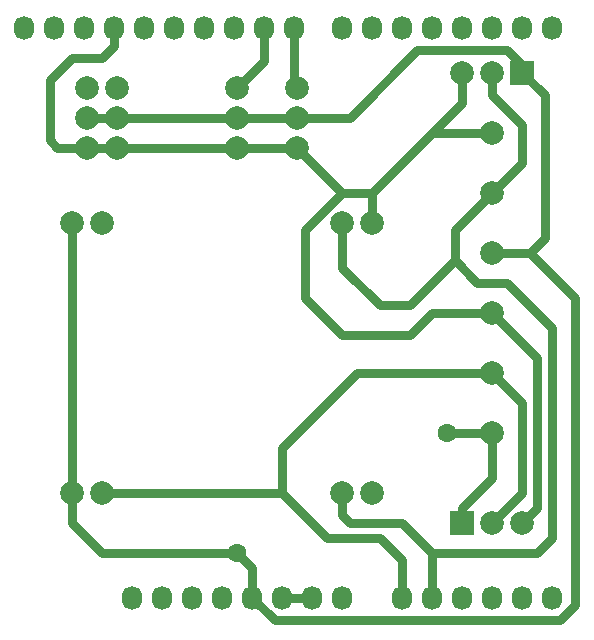
<source format=gbr>
G04 #@! TF.FileFunction,Copper,L2,Bot,Signal*
%FSLAX46Y46*%
G04 Gerber Fmt 4.6, Leading zero omitted, Abs format (unit mm)*
G04 Created by KiCad (PCBNEW 4.0.6) date 02/06/18 16:35:34*
%MOMM*%
%LPD*%
G01*
G04 APERTURE LIST*
%ADD10C,0.100000*%
%ADD11C,2.000000*%
%ADD12O,1.727200X2.032000*%
%ADD13R,2.000000X2.000000*%
%ADD14C,1.600000*%
%ADD15C,0.800000*%
G04 APERTURE END LIST*
D10*
D11*
X133858000Y-92075000D03*
X136398000Y-114935000D03*
X133858000Y-114935000D03*
X136398000Y-92075000D03*
X156718000Y-114935000D03*
X159258000Y-114935000D03*
X156718000Y-92075000D03*
X159258000Y-92075000D03*
D12*
X138938000Y-123825000D03*
X141478000Y-123825000D03*
X144018000Y-123825000D03*
X146558000Y-123825000D03*
X149098000Y-123825000D03*
X151638000Y-123825000D03*
X154178000Y-123825000D03*
X156718000Y-123825000D03*
X161798000Y-123825000D03*
X164338000Y-123825000D03*
X166878000Y-123825000D03*
X169418000Y-123825000D03*
X171958000Y-123825000D03*
X174498000Y-123825000D03*
X129794000Y-75565000D03*
X132334000Y-75565000D03*
X134874000Y-75565000D03*
X137414000Y-75565000D03*
X139954000Y-75565000D03*
X142494000Y-75565000D03*
X145034000Y-75565000D03*
X147574000Y-75565000D03*
X150114000Y-75565000D03*
X152654000Y-75565000D03*
X156718000Y-75565000D03*
X159258000Y-75565000D03*
X161798000Y-75565000D03*
X164338000Y-75565000D03*
X166878000Y-75565000D03*
X169418000Y-75565000D03*
X171958000Y-75565000D03*
X174498000Y-75565000D03*
D13*
X171958000Y-79375000D03*
D11*
X169418000Y-79375000D03*
X166878000Y-79375000D03*
D13*
X166878000Y-117475000D03*
D11*
X169418000Y-117475000D03*
X171958000Y-117475000D03*
X169418000Y-94615000D03*
X169418000Y-89535000D03*
X169418000Y-84455000D03*
X169418000Y-109855000D03*
X169418000Y-104775000D03*
X169418000Y-99695000D03*
X147828000Y-85725000D03*
X147828000Y-83185000D03*
X147828000Y-80645000D03*
X152908000Y-85725000D03*
X152908000Y-83185000D03*
X152908000Y-80645000D03*
X137668000Y-85725000D03*
X135128000Y-85725000D03*
X137668000Y-83185000D03*
X135128000Y-83185000D03*
X137668000Y-80645000D03*
X135128000Y-80645000D03*
D14*
X165608000Y-109855000D03*
X147828000Y-120015000D03*
D15*
X171958000Y-79375000D02*
X171958000Y-78740000D01*
X171958000Y-78740000D02*
X170688000Y-77470000D01*
X157353000Y-83185000D02*
X152908000Y-83185000D01*
X163068000Y-77470000D02*
X157353000Y-83185000D01*
X170688000Y-77470000D02*
X163068000Y-77470000D01*
X147828000Y-83185000D02*
X152908000Y-83185000D01*
X137668000Y-83185000D02*
X147828000Y-83185000D01*
X135128000Y-83185000D02*
X137668000Y-83185000D01*
X169418000Y-109855000D02*
X165608000Y-109855000D01*
X149098000Y-123825000D02*
X151003000Y-125730000D01*
X176403000Y-98425000D02*
X172593000Y-94615000D01*
X176403000Y-124460000D02*
X176403000Y-98425000D01*
X175133000Y-125730000D02*
X176403000Y-124460000D01*
X151003000Y-125730000D02*
X175133000Y-125730000D01*
X171958000Y-79375000D02*
X173863000Y-81280000D01*
X173863000Y-81280000D02*
X173863000Y-93345000D01*
X173863000Y-93345000D02*
X172593000Y-94615000D01*
X172593000Y-94615000D02*
X169418000Y-94615000D01*
X133858000Y-114935000D02*
X133858000Y-92075000D01*
X166878000Y-117475000D02*
X166878000Y-116205000D01*
X169418000Y-113665000D02*
X169418000Y-109855000D01*
X166878000Y-116205000D02*
X169418000Y-113665000D01*
X133858000Y-114935000D02*
X133858000Y-117475000D01*
X133858000Y-117475000D02*
X136398000Y-120015000D01*
X136398000Y-120015000D02*
X147828000Y-120015000D01*
X147828000Y-120015000D02*
X149098000Y-121285000D01*
X149098000Y-121285000D02*
X149098000Y-123825000D01*
X137414000Y-75565000D02*
X137414000Y-77089000D01*
X132588000Y-85725000D02*
X135128000Y-85725000D01*
X131953000Y-85090000D02*
X132588000Y-85725000D01*
X131953000Y-80010000D02*
X131953000Y-85090000D01*
X133858000Y-78105000D02*
X131953000Y-80010000D01*
X136398000Y-78105000D02*
X133858000Y-78105000D01*
X137414000Y-77089000D02*
X136398000Y-78105000D01*
X152908000Y-85725000D02*
X156718000Y-89535000D01*
X147828000Y-85725000D02*
X152908000Y-85725000D01*
X137668000Y-85725000D02*
X147828000Y-85725000D01*
X135128000Y-85725000D02*
X137668000Y-85725000D01*
X169418000Y-84455000D02*
X164338000Y-84455000D01*
X156718000Y-89535000D02*
X153543000Y-92710000D01*
X153543000Y-92710000D02*
X153543000Y-98425000D01*
X164338000Y-99695000D02*
X169418000Y-99695000D01*
X164338000Y-99695000D02*
X162433000Y-101600000D01*
X162433000Y-101600000D02*
X156718000Y-101600000D01*
X156718000Y-101600000D02*
X153543000Y-98425000D01*
X159258000Y-89535000D02*
X156718000Y-89535000D01*
X166878000Y-79375000D02*
X166878000Y-81915000D01*
X166878000Y-81915000D02*
X164338000Y-84455000D01*
X173228000Y-116205000D02*
X173228000Y-103505000D01*
X171958000Y-117475000D02*
X173228000Y-116205000D01*
X173228000Y-103505000D02*
X169418000Y-99695000D01*
X159258000Y-92075000D02*
X159258000Y-89535000D01*
X159258000Y-89535000D02*
X163068000Y-85725000D01*
X163068000Y-85725000D02*
X164338000Y-84455000D01*
X151638000Y-123825000D02*
X154178000Y-123825000D01*
X171958000Y-107315000D02*
X171958000Y-114935000D01*
X169418000Y-104775000D02*
X171958000Y-107315000D01*
X171958000Y-114935000D02*
X169418000Y-117475000D01*
X151638000Y-114935000D02*
X151638000Y-111125000D01*
X157988000Y-104775000D02*
X169418000Y-104775000D01*
X151638000Y-111125000D02*
X157988000Y-104775000D01*
X136398000Y-114935000D02*
X151638000Y-114935000D01*
X161798000Y-120650000D02*
X161798000Y-123825000D01*
X159893000Y-118745000D02*
X161798000Y-120650000D01*
X155448000Y-118745000D02*
X159893000Y-118745000D01*
X151638000Y-114935000D02*
X155448000Y-118745000D01*
X169418000Y-79375000D02*
X169418000Y-81280000D01*
X171958000Y-86995000D02*
X169418000Y-89535000D01*
X171958000Y-83820000D02*
X171958000Y-86995000D01*
X169418000Y-81280000D02*
X171958000Y-83820000D01*
X164338000Y-120015000D02*
X173228000Y-120015000D01*
X168148000Y-97155000D02*
X166243000Y-95250000D01*
X170688000Y-97155000D02*
X168148000Y-97155000D01*
X174498000Y-100965000D02*
X170688000Y-97155000D01*
X174498000Y-118745000D02*
X174498000Y-100965000D01*
X173228000Y-120015000D02*
X174498000Y-118745000D01*
X156718000Y-95885000D02*
X159893000Y-99060000D01*
X156718000Y-92075000D02*
X156718000Y-95250000D01*
X156718000Y-95250000D02*
X156718000Y-95885000D01*
X162433000Y-99060000D02*
X166243000Y-95250000D01*
X160528000Y-99060000D02*
X162433000Y-99060000D01*
X159893000Y-99060000D02*
X160528000Y-99060000D01*
X166243000Y-92710000D02*
X169418000Y-89535000D01*
X166243000Y-95250000D02*
X166243000Y-92710000D01*
X156718000Y-114935000D02*
X156718000Y-116840000D01*
X156718000Y-116840000D02*
X157353000Y-117475000D01*
X157353000Y-117475000D02*
X161798000Y-117475000D01*
X161798000Y-117475000D02*
X164338000Y-120015000D01*
X164338000Y-120015000D02*
X164338000Y-123825000D01*
X150114000Y-75565000D02*
X150114000Y-78359000D01*
X150114000Y-78359000D02*
X147828000Y-80645000D01*
X152654000Y-75565000D02*
X152654000Y-80391000D01*
X152654000Y-80391000D02*
X152908000Y-80645000D01*
M02*

</source>
